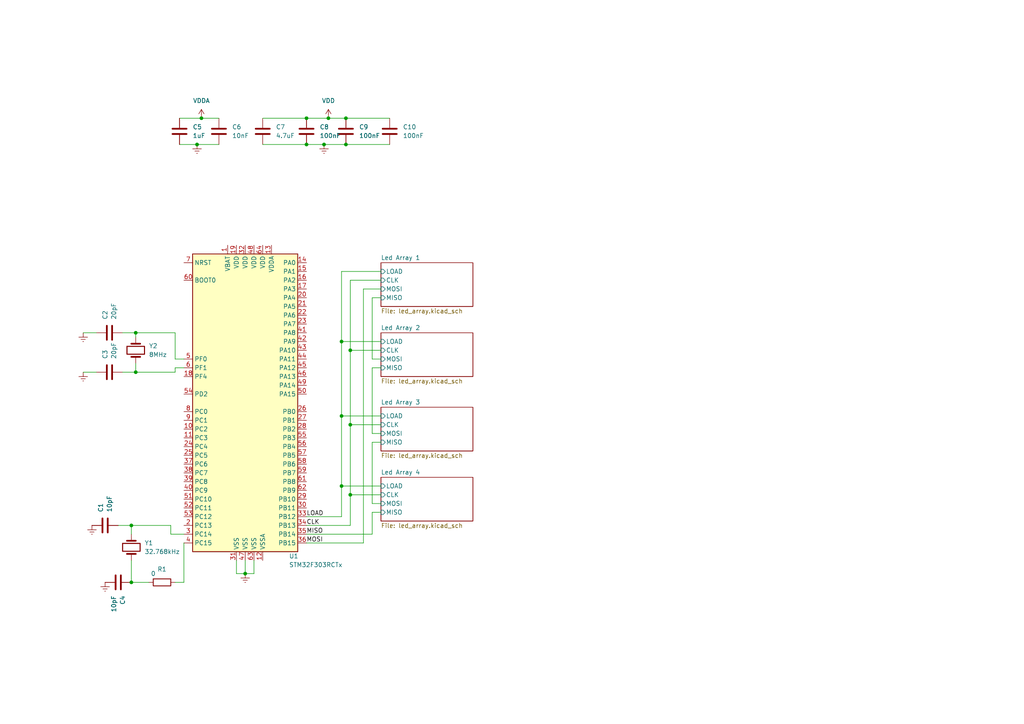
<source format=kicad_sch>
(kicad_sch (version 20230121) (generator eeschema)
  (paper "A4")
  (title_block (title "Wordclock") (rev "0.0.1"))
  (lib_symbols
    (symbol "Device:C" (pin_numbers hide) (pin_names (offset 0.254))
      (property "Reference" "C" (at 0.635 2.54 0))
      (property "Value" "C" (at 0.635 -2.54 0))
      (symbol "C_0_1"
        (polyline (pts (xy -2.032 -0.762) (xy 2.032 -0.762)) (stroke (width 0.508)))
        (polyline (pts (xy -2.032 0.762) (xy 2.032 0.762)) (stroke (width 0.508)))
      )
      (symbol "C_1_1"
        (pin passive line (at 0 3.81 270) (length 2.794) (name "~") (number "1"))
        (pin passive line (at 0 -3.81 90) (length 2.794) (name "~") (number "2"))
      )
    )
    (symbol "Device:Crystal" (pin_numbers hide) (pin_names (offset 1.016) hide)
      (property "Reference" "Y" (at 0 3.81 0))
      (property "Value" "Crystal" (at 0 -3.81 0))
      (symbol "Crystal_0_1"
        (rectangle (start -1.143 2.54) (end 1.143 -2.54) (stroke (width 0.3048)))
        (polyline (pts (xy -2.54 0) (xy -1.905 0)))
        (polyline (pts (xy -1.905 -1.27) (xy -1.905 1.27)) (stroke (width 0.508)))
        (polyline (pts (xy 1.905 -1.27) (xy 1.905 1.27)) (stroke (width 0.508)))
        (polyline (pts (xy 2.54 0) (xy 1.905 0)))
      )
      (symbol "Crystal_1_1"
        (pin passive line (at -3.81 0 0) (length 1.27) (name "1") (number "1"))
        (pin passive line (at 3.81 0 180) (length 1.27) (name "2") (number "2"))
      )
    )
    (symbol "Device:R" (pin_numbers hide) (pin_names (offset 0))
      (property "Reference" "R" (at 2.032 0 90))
      (property "Value" "R" (at 0 0 90))
      (symbol "R_0_1"
        (rectangle (start -1.016 -2.54) (end 1.016 2.54) (stroke (width 0.254)))
      )
      (symbol "R_1_1"
        (pin passive line (at 0 3.81 270) (length 1.27) (name "~") (number "1"))
        (pin passive line (at 0 -3.81 90) (length 1.27) (name "~") (number "2"))
      )
    )
    (symbol "MCU_ST_STM32F3:STM32F303RCTx"
      (property "Reference" "U" (at -15.24 44.45 0))
      (property "Value" "STM32F303RCTx" (at 10.16 44.45 0))
      (symbol "STM32F303RCTx_0_1"
        (rectangle (start -15.24 -43.18) (end 15.24 43.18) (stroke (width 0.254)) (fill (type background)))
      )
      (symbol "STM32F303RCTx_1_1"
        (pin power_in line (at -5.08 45.72 270) (length 2.54) (name "VBAT") (number "1"))
        (pin bidirectional line (at -17.78 -7.62 0) (length 2.54) (name "PC2") (number "10"))
        (pin bidirectional line (at -17.78 -10.16 0) (length 2.54) (name "PC3") (number "11"))
        (pin power_in line (at 5.08 -45.72 90) (length 2.54) (name "VSSA") (number "12"))
        (pin power_in line (at 7.62 45.72 270) (length 2.54) (name "VDDA") (number "13"))
        (pin bidirectional line (at 17.78 40.64 180) (length 2.54) (name "PA0") (number "14"))
        (pin bidirectional line (at 17.78 38.1 180) (length 2.54) (name "PA1") (number "15"))
        (pin bidirectional line (at 17.78 35.56 180) (length 2.54) (name "PA2") (number "16"))
        (pin bidirectional line (at 17.78 33.02 180) (length 2.54) (name "PA3") (number "17"))
        (pin bidirectional line (at -17.78 7.62 0) (length 2.54) (name "PF4") (number "18"))
        (pin power_in line (at -2.54 45.72 270) (length 2.54) (name "VDD") (number "19"))
        (pin bidirectional line (at -17.78 -35.56 0) (length 2.54) (name "PC13") (number "2"))
        (pin bidirectional line (at 17.78 30.48 180) (length 2.54) (name "PA4") (number "20"))
        (pin bidirectional line (at 17.78 27.94 180) (length 2.54) (name "PA5") (number "21"))
        (pin bidirectional line (at 17.78 25.4 180) (length 2.54) (name "PA6") (number "22"))
        (pin bidirectional line (at 17.78 22.86 180) (length 2.54) (name "PA7") (number "23"))
        (pin bidirectional line (at -17.78 -12.7 0) (length 2.54) (name "PC4") (number "24"))
        (pin bidirectional line (at -17.78 -15.24 0) (length 2.54) (name "PC5") (number "25"))
        (pin bidirectional line (at 17.78 -2.54 180) (length 2.54) (name "PB0") (number "26"))
        (pin bidirectional line (at 17.78 -5.08 180) (length 2.54) (name "PB1") (number "27"))
        (pin bidirectional line (at 17.78 -7.62 180) (length 2.54) (name "PB2") (number "28"))
        (pin bidirectional line (at 17.78 -27.94 180) (length 2.54) (name "PB10") (number "29"))
        (pin bidirectional line (at -17.78 -38.1 0) (length 2.54) (name "PC14") (number "3"))
        (pin bidirectional line (at 17.78 -30.48 180) (length 2.54) (name "PB11") (number "30"))
        (pin power_in line (at -2.54 -45.72 90) (length 2.54) (name "VSS") (number "31"))
        (pin power_in line (at 0 45.72 270) (length 2.54) (name "VDD") (number "32"))
        (pin bidirectional line (at 17.78 -33.02 180) (length 2.54) (name "PB12") (number "33"))
        (pin bidirectional line (at 17.78 -35.56 180) (length 2.54) (name "PB13") (number "34"))
        (pin bidirectional line (at 17.78 -38.1 180) (length 2.54) (name "PB14") (number "35"))
        (pin bidirectional line (at 17.78 -40.64 180) (length 2.54) (name "PB15") (number "36"))
        (pin bidirectional line (at -17.78 -17.78 0) (length 2.54) (name "PC6") (number "37"))
        (pin bidirectional line (at -17.78 -20.32 0) (length 2.54) (name "PC7") (number "38"))
        (pin bidirectional line (at -17.78 -22.86 0) (length 2.54) (name "PC8") (number "39"))
        (pin bidirectional line (at -17.78 -40.64 0) (length 2.54) (name "PC15") (number "4"))
        (pin bidirectional line (at -17.78 -25.4 0) (length 2.54) (name "PC9") (number "40"))
        (pin bidirectional line (at 17.78 20.32 180) (length 2.54) (name "PA8") (number "41"))
        (pin bidirectional line (at 17.78 17.78 180) (length 2.54) (name "PA9") (number "42"))
        (pin bidirectional line (at 17.78 15.24 180) (length 2.54) (name "PA10") (number "43"))
        (pin bidirectional line (at 17.78 12.7 180) (length 2.54) (name "PA11") (number "44"))
        (pin bidirectional line (at 17.78 10.16 180) (length 2.54) (name "PA12") (number "45"))
        (pin bidirectional line (at 17.78 7.62 180) (length 2.54) (name "PA13") (number "46"))
        (pin power_in line (at 0 -45.72 90) (length 2.54) (name "VSS") (number "47"))
        (pin power_in line (at 2.54 45.72 270) (length 2.54) (name "VDD") (number "48"))
        (pin bidirectional line (at 17.78 5.08 180) (length 2.54) (name "PA14") (number "49"))
        (pin input line (at -17.78 12.7 0) (length 2.54) (name "PF0") (number "5"))
        (pin bidirectional line (at 17.78 2.54 180) (length 2.54) (name "PA15") (number "50"))
        (pin bidirectional line (at -17.78 -27.94 0) (length 2.54) (name "PC10") (number "51"))
        (pin bidirectional line (at -17.78 -30.48 0) (length 2.54) (name "PC11") (number "52"))
        (pin bidirectional line (at -17.78 -33.02 0) (length 2.54) (name "PC12") (number "53"))
        (pin bidirectional line (at -17.78 2.54 0) (length 2.54) (name "PD2") (number "54"))
        (pin bidirectional line (at 17.78 -10.16 180) (length 2.54) (name "PB3") (number "55"))
        (pin bidirectional line (at 17.78 -12.7 180) (length 2.54) (name "PB4") (number "56"))
        (pin bidirectional line (at 17.78 -15.24 180) (length 2.54) (name "PB5") (number "57"))
        (pin bidirectional line (at 17.78 -17.78 180) (length 2.54) (name "PB6") (number "58"))
        (pin bidirectional line (at 17.78 -20.32 180) (length 2.54) (name "PB7") (number "59"))
        (pin input line (at -17.78 10.16 0) (length 2.54) (name "PF1") (number "6"))
        (pin input line (at -17.78 35.56 0) (length 2.54) (name "BOOT0") (number "60"))
        (pin bidirectional line (at 17.78 -22.86 180) (length 2.54) (name "PB8") (number "61"))
        (pin bidirectional line (at 17.78 -25.4 180) (length 2.54) (name "PB9") (number "62"))
        (pin power_in line (at 2.54 -45.72 90) (length 2.54) (name "VSS") (number "63"))
        (pin power_in line (at 5.08 45.72 270) (length 2.54) (name "VDD") (number "64"))
        (pin input line (at -17.78 40.64 0) (length 2.54) (name "NRST") (number "7"))
        (pin bidirectional line (at -17.78 -2.54 0) (length 2.54) (name "PC0") (number "8"))
        (pin bidirectional line (at -17.78 -5.08 0) (length 2.54) (name "PC1") (number "9"))
      )
    )
    (symbol "power:Earth" (power) (pin_names (offset 0))
      (symbol "Earth_0_1"
        (polyline (pts (xy -0.635 -1.905) (xy 0.635 -1.905)))
        (polyline (pts (xy -0.127 -2.54) (xy 0.127 -2.54)))
        (polyline (pts (xy 0 -1.27) (xy 0 0)))
        (polyline (pts (xy 1.27 -1.27) (xy -1.27 -1.27)))
      )
      (symbol "Earth_1_1"
        (pin power_in line (at 0 0 270) (length 0) hide (name "Earth") (number "1"))
      )
    )
    (symbol "power:VDD" (power) (pin_names (offset 0))
      (property "Value" "VDD" (at 0 3.81 0))
      (symbol "VDD_0_1"
        (polyline (pts (xy -0.762 1.27) (xy 0 2.54)))
        (polyline (pts (xy 0 0) (xy 0 2.54)))
        (polyline (pts (xy 0 2.54) (xy 0.762 1.27)))
      )
      (symbol "VDD_1_1"
        (pin power_in line (at 0 0 90) (length 0) hide (name "VDD") (number "1"))
      )
    )
    (symbol "power:VDDA" (power) (pin_names (offset 0))
      (property "Value" "VDDA" (at 0 3.81 0))
      (symbol "VDDA_0_1"
        (polyline (pts (xy -0.762 1.27) (xy 0 2.54)))
        (polyline (pts (xy 0 0) (xy 0 2.54)))
        (polyline (pts (xy 0 2.54) (xy 0.762 1.27)))
      )
      (symbol "VDDA_1_1"
        (pin power_in line (at 0 0 90) (length 0) hide (name "VDDA") (number "1"))
      )
    )
  )
  (junction (at 88.9 41.91))
  (junction (at 101.6 143.51))
  (junction (at 71.12 166.37))
  (junction (at 38.1 152.4))
  (junction (at 99.06 140.97))
  (junction (at 100.33 34.29))
  (junction (at 101.6 101.6))
  (junction (at 95.25 34.29))
  (junction (at 39.37 107.95))
  (junction (at 57.15 41.91))
  (junction (at 93.98 41.91))
  (junction (at 58.42 34.29))
  (junction (at 101.6 123.19))
  (junction (at 99.06 99.06))
  (junction (at 88.9 34.29))
  (junction (at 100.33 41.91))
  (junction (at 99.06 120.65))
  (junction (at 39.37 96.52))
  (junction (at 38.1 168.91))
  (wire (pts (xy 100.33 41.91) (xy 113.03 41.91)))
  (wire (pts (xy 52.07 41.91) (xy 57.15 41.91)))
  (wire (pts (xy 99.06 78.74) (xy 110.49 78.74)))
  (wire (pts (xy 53.34 106.68) (xy 50.8 106.68)))
  (wire (pts (xy 24.13 96.52) (xy 27.94 96.52)))
  (wire (pts (xy 68.58 166.37) (xy 71.12 166.37)))
  (wire (pts (xy 107.95 146.05) (xy 110.49 146.05)))
  (wire (pts (xy 76.2 34.29) (xy 88.9 34.29)))
  (wire (pts (xy 107.95 106.68) (xy 107.95 125.73)))
  (wire (pts (xy 88.9 149.86) (xy 99.06 149.86)))
  (wire (pts (xy 99.06 140.97) (xy 99.06 120.65)))
  (wire (pts (xy 34.29 152.4) (xy 38.1 152.4)))
  (wire (pts (xy 107.95 104.14) (xy 110.49 104.14)))
  (wire (pts (xy 101.6 152.4) (xy 101.6 143.51)))
  (wire (pts (xy 38.1 162.56) (xy 38.1 168.91)))
  (wire (pts (xy 76.2 41.91) (xy 88.9 41.91)))
  (wire (pts (xy 38.1 168.91) (xy 43.18 168.91)))
  (wire (pts (xy 101.6 101.6) (xy 101.6 81.28)))
  (wire (pts (xy 110.49 128.27) (xy 107.95 128.27)))
  (wire (pts (xy 50.8 106.68) (xy 50.8 107.95)))
  (wire (pts (xy 99.06 99.06) (xy 99.06 78.74)))
  (wire (pts (xy 57.15 41.91) (xy 63.5 41.91)))
  (wire (pts (xy 107.95 125.73) (xy 110.49 125.73)))
  (wire (pts (xy 93.98 41.91) (xy 100.33 41.91)))
  (wire (pts (xy 110.49 106.68) (xy 107.95 106.68)))
  (wire (pts (xy 105.41 157.48) (xy 105.41 83.82)))
  (wire (pts (xy 39.37 96.52) (xy 50.8 96.52)))
  (wire (pts (xy 99.06 149.86) (xy 99.06 140.97)))
  (wire (pts (xy 49.53 154.94) (xy 53.34 154.94)))
  (wire (pts (xy 53.34 168.91) (xy 50.8 168.91)))
  (wire (pts (xy 39.37 107.95) (xy 35.56 107.95)))
  (wire (pts (xy 101.6 143.51) (xy 101.6 123.19)))
  (wire (pts (xy 99.06 140.97) (xy 110.49 140.97)))
  (wire (pts (xy 50.8 96.52) (xy 50.8 104.14)))
  (wire (pts (xy 38.1 154.94) (xy 38.1 152.4)))
  (wire (pts (xy 58.42 34.29) (xy 63.5 34.29)))
  (wire (pts (xy 88.9 157.48) (xy 105.41 157.48)))
  (wire (pts (xy 50.8 107.95) (xy 39.37 107.95)))
  (wire (pts (xy 107.95 154.94) (xy 88.9 154.94)))
  (wire (pts (xy 71.12 162.56) (xy 71.12 166.37)))
  (wire (pts (xy 99.06 120.65) (xy 110.49 120.65)))
  (wire (pts (xy 107.95 148.59) (xy 107.95 154.94)))
  (wire (pts (xy 49.53 152.4) (xy 49.53 154.94)))
  (wire (pts (xy 71.12 166.37) (xy 73.66 166.37)))
  (wire (pts (xy 95.25 34.29) (xy 100.33 34.29)))
  (wire (pts (xy 88.9 41.91) (xy 93.98 41.91)))
  (wire (pts (xy 110.49 148.59) (xy 107.95 148.59)))
  (wire (pts (xy 39.37 105.41) (xy 39.37 107.95)))
  (wire (pts (xy 99.06 99.06) (xy 110.49 99.06)))
  (wire (pts (xy 101.6 101.6) (xy 110.49 101.6)))
  (wire (pts (xy 105.41 83.82) (xy 110.49 83.82)))
  (wire (pts (xy 35.56 96.52) (xy 39.37 96.52)))
  (wire (pts (xy 100.33 34.29) (xy 113.03 34.29)))
  (wire (pts (xy 50.8 104.14) (xy 53.34 104.14)))
  (wire (pts (xy 107.95 86.36) (xy 107.95 104.14)))
  (wire (pts (xy 88.9 34.29) (xy 95.25 34.29)))
  (wire (pts (xy 38.1 152.4) (xy 49.53 152.4)))
  (wire (pts (xy 101.6 81.28) (xy 110.49 81.28)))
  (wire (pts (xy 107.95 128.27) (xy 107.95 146.05)))
  (wire (pts (xy 52.07 34.29) (xy 58.42 34.29)))
  (wire (pts (xy 53.34 157.48) (xy 53.34 168.91)))
  (wire (pts (xy 73.66 162.56) (xy 73.66 166.37)))
  (wire (pts (xy 88.9 152.4) (xy 101.6 152.4)))
  (wire (pts (xy 99.06 120.65) (xy 99.06 99.06)))
  (wire (pts (xy 101.6 143.51) (xy 110.49 143.51)))
  (wire (pts (xy 24.13 107.95) (xy 27.94 107.95)))
  (wire (pts (xy 101.6 123.19) (xy 110.49 123.19)))
  (wire (pts (xy 39.37 97.79) (xy 39.37 96.52)))
  (wire (pts (xy 110.49 86.36) (xy 107.95 86.36)))
  (wire (pts (xy 101.6 123.19) (xy 101.6 101.6)))
  (wire (pts (xy 68.58 166.37) (xy 68.58 162.56)))
  (label "CLK" (at 88.9 152.4 0))
  (label "LOAD" (at 88.9 149.86 0))
  (label "MISO" (at 88.9 154.94 0))
  (label "MOSI" (at 88.9 157.48 0))
  (symbol (lib_id "Device:C") (at 100.33 38.1 0) (unit 1)
    (property "Reference" "C9" (at 104.14 36.8299 0) (effects (justify left)))
    (property "Value" "100nF" (at 104.14 39.3699 0) (effects (justify left)))
    (property "Footprint" "Capacitor_SMD:C_0805_2012Metric" (effects hide))
  )
  (symbol (lib_id "Device:C") (at 31.75 96.52 90) (unit 1)
    (property "Reference" "C2" (at 30.4799 92.71 0) (effects (justify left)))
    (property "Value" "20pF" (at 33.0199 92.71 0) (effects (justify left)))
    (property "Footprint" "Capacitor_SMD:C_0805_2012Metric" (effects hide))
  )
  (symbol (lib_id "power:Earth") (at 26.67 152.4 0) (unit 1)
    (property "Reference" "#PWR0107" (effects hide))
    (property "Value" "Earth" (effects hide))
  )
  (symbol (lib_id "power:Earth") (at 71.12 166.37 0) (unit 1)
    (property "Reference" "#PWR0106" (effects hide))
    (property "Value" "Earth" (effects hide))
  )
  (symbol (lib_id "Device:C") (at 113.03 38.1 0) (unit 1)
    (property "Reference" "C10" (at 116.84 36.8299 0) (effects (justify left)))
    (property "Value" "100nF" (at 116.84 39.3699 0) (effects (justify left)))
    (property "Footprint" "Capacitor_SMD:C_0805_2012Metric" (effects hide))
  )
  (symbol (lib_id "power:VDDA") (at 58.42 34.29 0) (unit 1)
    (property "Reference" "#PWR0104" (effects hide))
    (property "Value" "VDDA" (at 58.42 29.21 0))
  )
  (symbol (lib_id "Device:C") (at 63.5 38.1 0) (unit 1)
    (property "Reference" "C6" (at 67.31 36.8299 0) (effects (justify left)))
    (property "Value" "10nF" (at 67.31 39.3699 0) (effects (justify left)))
    (property "Footprint" "Capacitor_SMD:C_0805_2012Metric" (effects hide))
  )
  (symbol (lib_id "power:Earth") (at 24.13 107.95 0) (unit 1)
    (property "Reference" "#PWR0109" (effects hide))
    (property "Value" "Earth" (effects hide))
  )
  (symbol (lib_id "power:Earth") (at 93.98 41.91 0) (unit 1)
    (property "Reference" "#PWR0101" (effects hide))
    (property "Value" "Earth" (effects hide))
  )
  (symbol (lib_id "Device:C") (at 34.29 168.91 270) (unit 1)
    (property "Reference" "C4" (at 35.5601 172.72 0) (effects (justify left)))
    (property "Value" "10pF" (at 33.0201 172.72 0) (effects (justify left)))
    (property "Footprint" "Capacitor_SMD:C_0805_2012Metric" (effects hide))
  )
  (symbol (lib_id "MCU_ST_STM32F3:STM32F303RCTx") (at 71.12 116.84 0) (unit 1)
    (property "Reference" "U1" (at 83.82 161.29 0) (effects (justify left)))
    (property "Value" "STM32F303RCTx" (at 83.82 163.83 0) (effects (justify left)))
    (property "Footprint" "Package_QFP:LQFP-64_10x10mm_P0.5mm" (effects hide))
    (property "Datasheet" "http://www.st.com/st-web-ui/static/active/en/resource/technical/document/datasheet/DM00058181.pdf" (effects hide))
  )
  (symbol (lib_id "power:Earth") (at 57.15 41.91 0) (unit 1)
    (property "Reference" "#PWR0103" (effects hide))
    (property "Value" "Earth" (effects hide))
  )
  (symbol (lib_id "power:Earth") (at 30.48 168.91 0) (unit 1)
    (property "Reference" "#PWR0105" (effects hide))
    (property "Value" "Earth" (effects hide))
  )
  (symbol (lib_id "power:Earth") (at 24.13 96.52 0) (unit 1)
    (property "Reference" "#PWR0108" (effects hide))
    (property "Value" "Earth" (effects hide))
  )
  (symbol (lib_id "Device:C") (at 52.07 38.1 0) (unit 1)
    (property "Reference" "C5" (at 55.88 36.8299 0) (effects (justify left)))
    (property "Value" "1uF" (at 55.88 39.3699 0) (effects (justify left)))
    (property "Footprint" "Capacitor_SMD:C_0805_2012Metric" (effects hide))
  )
  (symbol (lib_id "Device:Crystal") (at 39.37 101.6 90) (unit 1)
    (property "Reference" "Y2" (at 43.18 100.3299 90) (effects (justify right)))
    (property "Value" "8MHz" (at 43.18 102.8699 90) (effects (justify right)))
    (property "Footprint" "Crystal:Crystal_SMD_3225-4Pin_3.2x2.5mm" (effects hide))
  )
  (symbol (lib_id "Device:C") (at 30.48 152.4 90) (unit 1)
    (property "Reference" "C1" (at 29.2099 148.59 0) (effects (justify left)))
    (property "Value" "10pF" (at 31.7499 148.59 0) (effects (justify left)))
    (property "Footprint" "Capacitor_SMD:C_0805_2012Metric" (effects hide))
  )
  (symbol (lib_id "Device:Crystal") (at 38.1 158.75 90) (unit 1)
    (property "Reference" "Y1" (at 41.91 157.4799 90) (effects (justify right)))
    (property "Value" "32.768kHz" (at 41.91 160.0199 90) (effects (justify right)))
    (property "Footprint" "Crystal:Crystal_SMD_3225-4Pin_3.2x2.5mm" (effects hide))
  )
  (symbol (lib_id "power:VDD") (at 95.25 34.29 0) (unit 1)
    (property "Reference" "#PWR0102" (effects hide))
    (property "Value" "VDD" (at 95.25 29.21 0))
  )
  (symbol (lib_id "Device:R") (at 46.99 168.91 270) (unit 1)
    (property "Reference" "R1" (at 46.99 165.1 90))
    (property "Value" "0" (at 44.45 166.37 90))
    (property "Footprint" "Resistor_SMD:R_1210_3225Metric" (effects hide))
  )
  (symbol (lib_id "Device:C") (at 88.9 38.1 0) (unit 1)
    (property "Reference" "C8" (at 92.71 36.8299 0) (effects (justify left)))
    (property "Value" "100nF" (at 92.71 39.3699 0) (effects (justify left)))
    (property "Footprint" "Capacitor_SMD:C_0805_2012Metric" (effects hide))
  )
  (symbol (lib_id "Device:C") (at 76.2 38.1 0) (unit 1)
    (property "Reference" "C7" (at 80.01 36.8299 0) (effects (justify left)))
    (property "Value" "4.7uF" (at 80.01 39.3699 0) (effects (justify left)))
    (property "Footprint" "Capacitor_SMD:C_0805_2012Metric" (effects hide))
  )
  (symbol (lib_id "Device:C") (at 31.75 107.95 90) (unit 1)
    (property "Reference" "C3" (at 30.4799 104.14 0) (effects (justify left)))
    (property "Value" "20pF" (at 33.0199 104.14 0) (effects (justify left)))
    (property "Footprint" "Capacitor_SMD:C_0805_2012Metric" (effects hide))
  )
  (sheet (at 110.49 96.52) (size 26.67 12.7) (stroke (width 0.1524))
    (property "Sheetname" "Led Array 2" (at 110.49 95.8084 0) (effects (justify left bottom)))
    (property "Sheetfile" "led_array.kicad_sch" (at 110.49 109.8046 0) (effects (justify left top)))
    (pin "LOAD" input (at 110.49 99.06 180))
    (pin "CLK" input (at 110.49 101.6 180))
    (pin "MOSI" input (at 110.49 104.14 180))
    (pin "MISO" input (at 110.49 106.68 180))
  )
  (sheet (at 110.49 138.43) (size 26.67 12.7) (stroke (width 0.1524))
    (property "Sheetname" "Led Array 4" (at 110.49 137.7184 0) (effects (justify left bottom)))
    (property "Sheetfile" "led_array.kicad_sch" (at 110.49 151.7146 0) (effects (justify left top)))
    (pin "LOAD" input (at 110.49 140.97 180))
    (pin "CLK" input (at 110.49 143.51 180))
    (pin "MOSI" input (at 110.49 146.05 180))
    (pin "MISO" input (at 110.49 148.59 180))
  )
  (sheet (at 110.49 76.2) (size 26.67 12.7) (stroke (width 0.1524))
    (property "Sheetname" "Led Array 1" (at 110.49 75.4884 0) (effects (justify left bottom)))
    (property "Sheetfile" "led_array.kicad_sch" (at 110.49 89.4846 0) (effects (justify left top)))
    (pin "LOAD" input (at 110.49 78.74 180))
    (pin "CLK" input (at 110.49 81.28 180))
    (pin "MOSI" input (at 110.49 83.82 180))
    (pin "MISO" input (at 110.49 86.36 180))
  )
  (sheet (at 110.49 118.11) (size 26.67 12.7) (stroke (width 0.1524))
    (property "Sheetname" "Led Array 3" (at 110.49 117.3984 0) (effects (justify left bottom)))
    (property "Sheetfile" "led_array.kicad_sch" (at 110.49 131.3946 0) (effects (justify left top)))
    (pin "LOAD" input (at 110.49 120.65 180))
    (pin "CLK" input (at 110.49 123.19 180))
    (pin "MOSI" input (at 110.49 125.73 180))
    (pin "MISO" input (at 110.49 128.27 180))
  )
)
</source>
